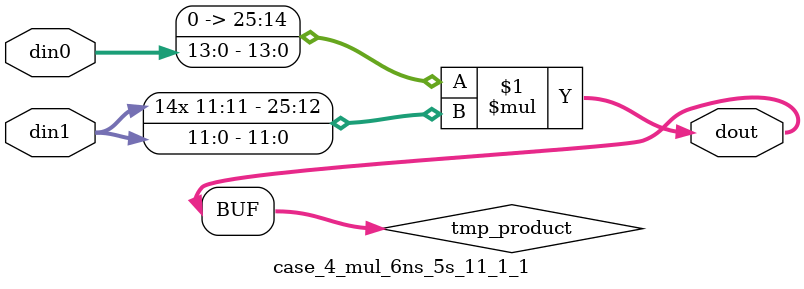
<source format=v>

`timescale 1 ns / 1 ps

 (* use_dsp = "no" *)  module case_4_mul_6ns_5s_11_1_1(din0, din1, dout);
parameter ID = 1;
parameter NUM_STAGE = 0;
parameter din0_WIDTH = 14;
parameter din1_WIDTH = 12;
parameter dout_WIDTH = 26;

input [din0_WIDTH - 1 : 0] din0; 
input [din1_WIDTH - 1 : 0] din1; 
output [dout_WIDTH - 1 : 0] dout;

wire signed [dout_WIDTH - 1 : 0] tmp_product;

























assign tmp_product = $signed({1'b0, din0}) * $signed(din1);










assign dout = tmp_product;





















endmodule

</source>
